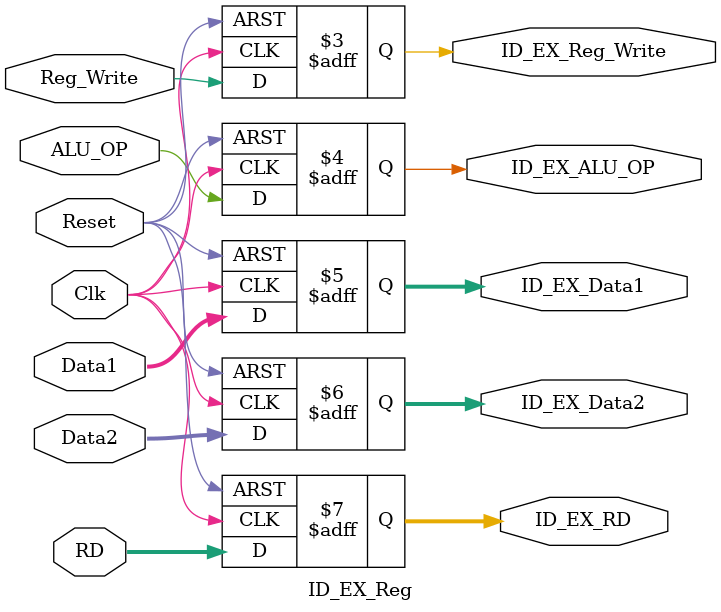
<source format=v>
`timescale 1ns / 1ps
module ID_EX_Reg(
input Clk,
input Reset,

input Reg_Write,
input ALU_OP,
input[7:0] Data1,
input[7:0] Data2,
input[2:0] RD,

output reg ID_EX_Reg_Write,
output reg ID_EX_ALU_OP,
output reg[7:0] ID_EX_Data1,
output reg[7:0] ID_EX_Data2,
output reg[2:0] ID_EX_RD
    );

always@(posedge Clk,negedge Reset)
begin
	if(Reset == 0)
	begin

	ID_EX_Reg_Write <= 0;
	ID_EX_ALU_OP <= 0;
	ID_EX_Data1 <= 0;
	ID_EX_Data2 <= 0;
	ID_EX_RD <= 0;

	end
	
	else
	begin

	ID_EX_Reg_Write <= Reg_Write;
	ID_EX_ALU_OP <= ALU_OP;
	ID_EX_Data1 <= Data1;
	ID_EX_Data2 <= Data2;
	ID_EX_RD <= RD;

	end

end

endmodule

</source>
